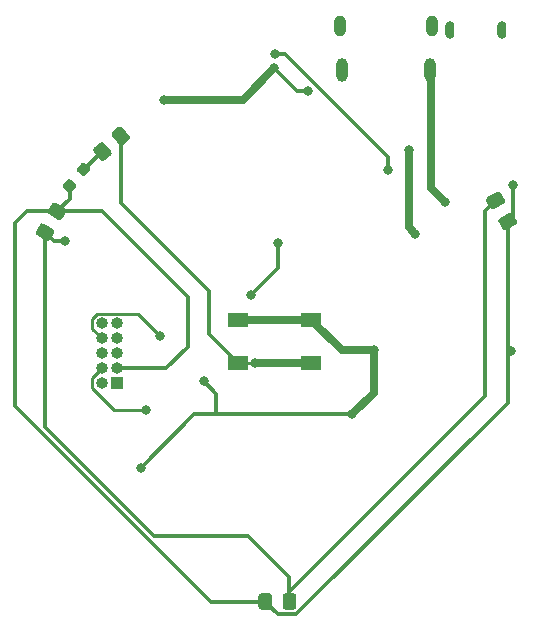
<source format=gbr>
G04 #@! TF.GenerationSoftware,KiCad,Pcbnew,(5.1.8-0-10_14)*
G04 #@! TF.CreationDate,2021-02-03T00:58:45+08:00*
G04 #@! TF.ProjectId,mops-out,6d6f7073-2d6f-4757-942e-6b696361645f,rev?*
G04 #@! TF.SameCoordinates,Original*
G04 #@! TF.FileFunction,Copper,L2,Bot*
G04 #@! TF.FilePolarity,Positive*
%FSLAX46Y46*%
G04 Gerber Fmt 4.6, Leading zero omitted, Abs format (unit mm)*
G04 Created by KiCad (PCBNEW (5.1.8-0-10_14)) date 2021-02-03 00:58:45*
%MOMM*%
%LPD*%
G01*
G04 APERTURE LIST*
G04 #@! TA.AperFunction,ComponentPad*
%ADD10O,1.000000X1.800000*%
G04 #@! TD*
G04 #@! TA.AperFunction,ComponentPad*
%ADD11O,1.000000X2.000000*%
G04 #@! TD*
G04 #@! TA.AperFunction,SMDPad,CuDef*
%ADD12R,1.799996X1.199896*%
G04 #@! TD*
G04 #@! TA.AperFunction,ComponentPad*
%ADD13O,1.000000X1.000000*%
G04 #@! TD*
G04 #@! TA.AperFunction,ComponentPad*
%ADD14R,1.000000X1.000000*%
G04 #@! TD*
G04 #@! TA.AperFunction,ComponentPad*
%ADD15O,0.762000X1.524000*%
G04 #@! TD*
G04 #@! TA.AperFunction,ViaPad*
%ADD16C,0.800000*%
G04 #@! TD*
G04 #@! TA.AperFunction,Conductor*
%ADD17C,0.650000*%
G04 #@! TD*
G04 #@! TA.AperFunction,Conductor*
%ADD18C,0.350000*%
G04 #@! TD*
G04 #@! TA.AperFunction,Conductor*
%ADD19C,0.250000*%
G04 #@! TD*
G04 APERTURE END LIST*
D10*
X133525000Y-48250000D03*
X141275000Y-48250000D03*
D11*
X133675000Y-52050000D03*
X141125000Y-52050000D03*
G04 #@! TA.AperFunction,SMDPad,CuDef*
G36*
G01*
X110754879Y-61302907D02*
X111118750Y-61608231D01*
G75*
G02*
X111148024Y-61942829I-152662J-181936D01*
G01*
X110826631Y-62325851D01*
G75*
G02*
X110492033Y-62355125I-181936J152662D01*
G01*
X110128162Y-62049801D01*
G75*
G02*
X110098888Y-61715203I152662J181936D01*
G01*
X110420281Y-61332181D01*
G75*
G02*
X110754879Y-61302907I181936J-152662D01*
G01*
G37*
G04 #@! TD.AperFunction*
G04 #@! TA.AperFunction,SMDPad,CuDef*
G36*
G01*
X111927967Y-59904875D02*
X112291838Y-60210199D01*
G75*
G02*
X112321112Y-60544797I-152662J-181936D01*
G01*
X111999719Y-60927819D01*
G75*
G02*
X111665121Y-60957093I-181936J152662D01*
G01*
X111301250Y-60651769D01*
G75*
G02*
X111271976Y-60317171I152662J181936D01*
G01*
X111593369Y-59934149D01*
G75*
G02*
X111927967Y-59904875I181936J-152662D01*
G01*
G37*
G04 #@! TD.AperFunction*
G04 #@! TA.AperFunction,SMDPad,CuDef*
G36*
G01*
X113547167Y-58209730D02*
X114125677Y-58899171D01*
G75*
G02*
X114094863Y-59251377I-191510J-160696D01*
G01*
X113596933Y-59669190D01*
G75*
G02*
X113244727Y-59638376I-160696J191510D01*
G01*
X112666217Y-58948935D01*
G75*
G02*
X112697031Y-58596729I191510J160696D01*
G01*
X113194961Y-58178916D01*
G75*
G02*
X113547167Y-58209730I160696J-191510D01*
G01*
G37*
G04 #@! TD.AperFunction*
G04 #@! TA.AperFunction,SMDPad,CuDef*
G36*
G01*
X115117559Y-56892016D02*
X115696069Y-57581457D01*
G75*
G02*
X115665255Y-57933663I-191510J-160696D01*
G01*
X115167325Y-58351476D01*
G75*
G02*
X114815119Y-58320662I-160696J191510D01*
G01*
X114236609Y-57631221D01*
G75*
G02*
X114267423Y-57279015I191510J160696D01*
G01*
X114765353Y-56861202D01*
G75*
G02*
X115117559Y-56892016I160696J-191510D01*
G01*
G37*
G04 #@! TD.AperFunction*
D12*
X131100070Y-73149991D03*
X131100070Y-76850009D03*
X124899930Y-73149991D03*
X124899930Y-76850009D03*
G04 #@! TA.AperFunction,SMDPad,CuDef*
G36*
G01*
X147035288Y-64574712D02*
X147814713Y-64124711D01*
G75*
G02*
X148156217Y-64216216I124999J-216505D01*
G01*
X148481218Y-64779135D01*
G75*
G02*
X148389713Y-65120640I-216505J-125000D01*
G01*
X147610288Y-65570641D01*
G75*
G02*
X147268783Y-65479135I-125000J216505D01*
G01*
X146943782Y-64916216D01*
G75*
G02*
X147035288Y-64574712I216505J124999D01*
G01*
G37*
G04 #@! TD.AperFunction*
G04 #@! TA.AperFunction,SMDPad,CuDef*
G36*
G01*
X146010288Y-62799360D02*
X146789713Y-62349359D01*
G75*
G02*
X147131217Y-62440864I124999J-216505D01*
G01*
X147456218Y-63003783D01*
G75*
G02*
X147364713Y-63345288I-216505J-125000D01*
G01*
X146585288Y-63795289D01*
G75*
G02*
X146243783Y-63703783I-125000J216505D01*
G01*
X145918782Y-63140864D01*
G75*
G02*
X146010288Y-62799360I216505J124999D01*
G01*
G37*
G04 #@! TD.AperFunction*
G04 #@! TA.AperFunction,SMDPad,CuDef*
G36*
G01*
X127770000Y-96569999D02*
X127770000Y-97470001D01*
G75*
G02*
X127520001Y-97720000I-249999J0D01*
G01*
X126869999Y-97720000D01*
G75*
G02*
X126620000Y-97470001I0J249999D01*
G01*
X126620000Y-96569999D01*
G75*
G02*
X126869999Y-96320000I249999J0D01*
G01*
X127520001Y-96320000D01*
G75*
G02*
X127770000Y-96569999I0J-249999D01*
G01*
G37*
G04 #@! TD.AperFunction*
G04 #@! TA.AperFunction,SMDPad,CuDef*
G36*
G01*
X129820000Y-96569999D02*
X129820000Y-97470001D01*
G75*
G02*
X129570001Y-97720000I-249999J0D01*
G01*
X128919999Y-97720000D01*
G75*
G02*
X128670000Y-97470001I0J249999D01*
G01*
X128670000Y-96569999D01*
G75*
G02*
X128919999Y-96320000I249999J0D01*
G01*
X129570001Y-96320000D01*
G75*
G02*
X129820000Y-96569999I0J-249999D01*
G01*
G37*
G04 #@! TD.AperFunction*
G04 #@! TA.AperFunction,SMDPad,CuDef*
G36*
G01*
X109674713Y-64695289D02*
X108895287Y-64245288D01*
G75*
G02*
X108803782Y-63903784I125000J216505D01*
G01*
X109128783Y-63340865D01*
G75*
G02*
X109470288Y-63249359I216505J-124999D01*
G01*
X110249713Y-63699360D01*
G75*
G02*
X110341218Y-64040864I-125000J-216505D01*
G01*
X110016217Y-64603783D01*
G75*
G02*
X109674713Y-64695289I-216505J124999D01*
G01*
G37*
G04 #@! TD.AperFunction*
G04 #@! TA.AperFunction,SMDPad,CuDef*
G36*
G01*
X108649713Y-66470641D02*
X107870287Y-66020640D01*
G75*
G02*
X107778782Y-65679136I125000J216505D01*
G01*
X108103783Y-65116217D01*
G75*
G02*
X108445288Y-65024711I216505J-124999D01*
G01*
X109224713Y-65474712D01*
G75*
G02*
X109316218Y-65816216I-125000J-216505D01*
G01*
X108991217Y-66379135D01*
G75*
G02*
X108649713Y-66470641I-216505J124999D01*
G01*
G37*
G04 #@! TD.AperFunction*
D13*
X114635000Y-73460000D03*
X113365000Y-73460000D03*
X114635000Y-74730000D03*
X113365000Y-74730000D03*
X114635000Y-76000000D03*
X113365000Y-76000000D03*
X114635000Y-77270000D03*
X113365000Y-77270000D03*
X113365000Y-78540000D03*
D14*
X114635000Y-78540000D03*
D15*
X142800106Y-48600000D03*
X147199894Y-48600000D03*
D16*
X134570000Y-81170000D03*
X136390000Y-75760000D03*
X116640000Y-85700000D03*
X121980000Y-78380000D03*
X126000000Y-71020000D03*
X128270000Y-66660000D03*
X130850000Y-53780000D03*
X127937802Y-51867802D03*
X118660000Y-54520043D03*
X142400000Y-63210000D03*
X118310000Y-74500000D03*
X148000000Y-75770000D03*
X148200000Y-61770000D03*
X137590000Y-60460000D03*
X128010000Y-50630000D03*
X117120000Y-80770000D03*
X126350000Y-76850000D03*
X139900000Y-65860000D03*
X139340000Y-58820000D03*
X110260000Y-66500000D03*
D17*
X133710079Y-75760000D02*
X131100070Y-73149991D01*
X136390000Y-75760000D02*
X133710079Y-75760000D01*
D18*
X116640000Y-85700000D02*
X121170000Y-81170000D01*
X123040000Y-79440000D02*
X121980000Y-78380000D01*
X123040000Y-81170000D02*
X123040000Y-79440000D01*
X121170000Y-81170000D02*
X123040000Y-81170000D01*
X123040000Y-81170000D02*
X134570000Y-81170000D01*
X128270000Y-68750000D02*
X128270000Y-66660000D01*
X126000000Y-71020000D02*
X128270000Y-68750000D01*
X129850000Y-53780000D02*
X127937802Y-51867802D01*
X130850000Y-53780000D02*
X129850000Y-53780000D01*
D17*
X125285561Y-54520043D02*
X127937802Y-51867802D01*
X118660000Y-54520043D02*
X125285561Y-54520043D01*
X141225000Y-62035000D02*
X141225000Y-52050000D01*
X142400000Y-63210000D02*
X141225000Y-62035000D01*
X124899930Y-73149991D02*
X131100070Y-73149991D01*
X136390000Y-79350000D02*
X134570000Y-81170000D01*
X136390000Y-75760000D02*
X136390000Y-79350000D01*
D19*
X112539999Y-73904999D02*
X113365000Y-74730000D01*
X116444999Y-72634999D02*
X112968999Y-72634999D01*
X112539999Y-73063999D02*
X112539999Y-73904999D01*
X112968999Y-72634999D02*
X112539999Y-73063999D01*
X118310000Y-74500000D02*
X116444999Y-72634999D01*
D18*
X109572500Y-63972324D02*
X108706039Y-63972324D01*
X129828890Y-98095010D02*
X147712500Y-80211400D01*
X128270010Y-98095010D02*
X129828890Y-98095010D01*
X127195000Y-97020000D02*
X128270010Y-98095010D01*
X147712500Y-75482500D02*
X148000000Y-75770000D01*
X147712500Y-80211400D02*
X147712500Y-74607500D01*
X147712500Y-74607500D02*
X147712500Y-75482500D01*
X147712500Y-74607500D02*
X147712500Y-64847676D01*
X122562170Y-97020000D02*
X127195000Y-97020000D01*
X106000000Y-80457830D02*
X122562170Y-97020000D01*
X106000000Y-64990000D02*
X106000000Y-80457830D01*
X107017676Y-63972324D02*
X106000000Y-64990000D01*
X109572500Y-63972324D02*
X107017676Y-63972324D01*
X114635000Y-77270000D02*
X118820000Y-77270000D01*
X118820000Y-77270000D02*
X120660000Y-75430000D01*
X120660000Y-75430000D02*
X120660000Y-71230000D01*
X113402324Y-63972324D02*
X109572500Y-63972324D01*
X120660000Y-71230000D02*
X113402324Y-63972324D01*
X148200000Y-64360176D02*
X147712500Y-64847676D01*
X148200000Y-61770000D02*
X148200000Y-64360176D01*
X128847002Y-50630000D02*
X128010000Y-50630000D01*
X137590000Y-59372998D02*
X128847002Y-50630000D01*
X137590000Y-60460000D02*
X137590000Y-59372998D01*
X110623456Y-62921368D02*
X109572500Y-63972324D01*
X110623456Y-61829016D02*
X110623456Y-62921368D01*
D19*
X112539999Y-78095001D02*
X113365000Y-77270000D01*
X112539999Y-78936001D02*
X112539999Y-78095001D01*
X114373998Y-80770000D02*
X112539999Y-78936001D01*
X117120000Y-80770000D02*
X114373998Y-80770000D01*
X124899939Y-76850000D02*
X124899930Y-76850009D01*
X126350000Y-76850000D02*
X124899939Y-76850000D01*
D17*
X131100061Y-76850000D02*
X131100070Y-76850009D01*
X126350000Y-76850000D02*
X131100061Y-76850000D01*
D18*
X114966339Y-57606339D02*
X114966339Y-63246339D01*
X114966339Y-63246339D02*
X122450000Y-70730000D01*
X122450000Y-74400079D02*
X124899930Y-76850009D01*
X122450000Y-70730000D02*
X122450000Y-74400079D01*
D17*
X139900000Y-65860000D02*
X139340000Y-65300000D01*
X139340000Y-65300000D02*
X139340000Y-58820000D01*
D18*
X109299824Y-66500000D02*
X108547500Y-65747676D01*
X110260000Y-66500000D02*
X109299824Y-66500000D01*
X108547500Y-65747676D02*
X108547500Y-82227500D01*
X108547500Y-82227500D02*
X117800000Y-91480000D01*
X117800000Y-91480000D02*
X125770000Y-91480000D01*
X129245000Y-94955000D02*
X129245000Y-97020000D01*
X125770000Y-91480000D02*
X129245000Y-94955000D01*
X129245000Y-97020000D02*
X129245000Y-96195000D01*
X129245000Y-96195000D02*
X145790000Y-79650000D01*
X145790000Y-63969824D02*
X146687500Y-63072324D01*
X145790000Y-79650000D02*
X145790000Y-63969824D01*
X111889016Y-60430984D02*
X113395947Y-58924053D01*
X111796544Y-60430984D02*
X111889016Y-60430984D01*
M02*

</source>
